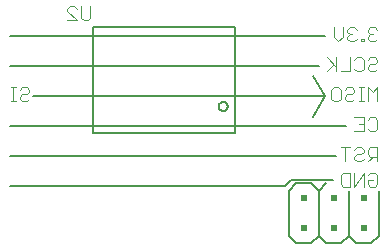
<source format=gbo>
G75*
%MOIN*%
%OFA0B0*%
%FSLAX24Y24*%
%IPPOS*%
%LPD*%
%AMOC8*
5,1,8,0,0,1.08239X$1,22.5*
%
%ADD10C,0.0040*%
%ADD11C,0.0080*%
%ADD12C,0.0050*%
%ADD13C,0.0060*%
%ADD14R,0.0200X0.0200*%
D10*
X000400Y007170D02*
X000554Y007170D01*
X000477Y007170D02*
X000477Y007630D01*
X000554Y007630D02*
X000400Y007630D01*
X000707Y007554D02*
X000784Y007630D01*
X000937Y007630D01*
X001014Y007554D01*
X001014Y007477D01*
X000937Y007400D01*
X000784Y007400D01*
X000707Y007323D01*
X000707Y007247D01*
X000784Y007170D01*
X000937Y007170D01*
X001014Y007247D01*
X002283Y009869D02*
X002590Y009869D01*
X002283Y010176D01*
X002283Y010253D01*
X002360Y010330D01*
X002513Y010330D01*
X002590Y010253D01*
X002744Y010330D02*
X002744Y009946D01*
X002820Y009869D01*
X002974Y009869D01*
X003051Y009946D01*
X003051Y010330D01*
X010926Y008630D02*
X011233Y008323D01*
X011156Y008400D02*
X010926Y008170D01*
X011233Y008170D02*
X011233Y008630D01*
X011386Y008170D02*
X011693Y008170D01*
X011693Y008630D01*
X011847Y008554D02*
X011923Y008630D01*
X012077Y008630D01*
X012154Y008554D01*
X012154Y008247D01*
X012077Y008170D01*
X011923Y008170D01*
X011847Y008247D01*
X012307Y008247D02*
X012384Y008170D01*
X012537Y008170D01*
X012614Y008247D01*
X012537Y008400D02*
X012384Y008400D01*
X012307Y008323D01*
X012307Y008247D01*
X012537Y008400D02*
X012614Y008477D01*
X012614Y008554D01*
X012537Y008630D01*
X012384Y008630D01*
X012307Y008554D01*
X012384Y009170D02*
X012537Y009170D01*
X012614Y009247D01*
X012461Y009400D02*
X012384Y009400D01*
X012307Y009323D01*
X012307Y009247D01*
X012384Y009170D01*
X012384Y009400D02*
X012307Y009477D01*
X012307Y009554D01*
X012384Y009630D01*
X012537Y009630D01*
X012614Y009554D01*
X012154Y009247D02*
X012077Y009247D01*
X012077Y009170D01*
X012154Y009170D01*
X012154Y009247D01*
X011923Y009247D02*
X011847Y009170D01*
X011693Y009170D01*
X011616Y009247D01*
X011616Y009323D01*
X011693Y009400D01*
X011770Y009400D01*
X011693Y009400D02*
X011616Y009477D01*
X011616Y009554D01*
X011693Y009630D01*
X011847Y009630D01*
X011923Y009554D01*
X011463Y009630D02*
X011463Y009323D01*
X011310Y009170D01*
X011156Y009323D01*
X011156Y009630D01*
X011156Y007630D02*
X011079Y007554D01*
X011079Y007247D01*
X011156Y007170D01*
X011310Y007170D01*
X011386Y007247D01*
X011386Y007554D01*
X011310Y007630D01*
X011156Y007630D01*
X011540Y007554D02*
X011616Y007630D01*
X011770Y007630D01*
X011847Y007554D01*
X011847Y007477D01*
X011770Y007400D01*
X011616Y007400D01*
X011540Y007323D01*
X011540Y007247D01*
X011616Y007170D01*
X011770Y007170D01*
X011847Y007247D01*
X012000Y007170D02*
X012154Y007170D01*
X012077Y007170D02*
X012077Y007630D01*
X012154Y007630D02*
X012000Y007630D01*
X012307Y007630D02*
X012307Y007170D01*
X012614Y007170D02*
X012614Y007630D01*
X012461Y007477D01*
X012307Y007630D01*
X012384Y006630D02*
X012537Y006630D01*
X012614Y006554D01*
X012614Y006247D01*
X012537Y006170D01*
X012384Y006170D01*
X012307Y006247D01*
X012154Y006170D02*
X011847Y006170D01*
X012000Y006400D02*
X012154Y006400D01*
X012307Y006554D02*
X012384Y006630D01*
X012154Y006630D02*
X012154Y006170D01*
X012154Y006630D02*
X011847Y006630D01*
X011923Y005630D02*
X011847Y005554D01*
X011923Y005630D02*
X012077Y005630D01*
X012154Y005554D01*
X012154Y005477D01*
X012077Y005400D01*
X011923Y005400D01*
X011847Y005323D01*
X011847Y005247D01*
X011923Y005170D01*
X012077Y005170D01*
X012154Y005247D01*
X012307Y005170D02*
X012461Y005323D01*
X012384Y005323D02*
X012614Y005323D01*
X012614Y005170D02*
X012614Y005630D01*
X012384Y005630D01*
X012307Y005554D01*
X012307Y005400D01*
X012384Y005323D01*
X012384Y004780D02*
X012537Y004780D01*
X012614Y004704D01*
X012614Y004397D01*
X012537Y004320D01*
X012384Y004320D01*
X012307Y004397D01*
X012307Y004550D01*
X012461Y004550D01*
X012307Y004704D02*
X012384Y004780D01*
X012154Y004780D02*
X011847Y004320D01*
X011847Y004780D01*
X011693Y004780D02*
X011463Y004780D01*
X011386Y004704D01*
X011386Y004397D01*
X011463Y004320D01*
X011693Y004320D01*
X011693Y004780D01*
X011540Y005170D02*
X011540Y005630D01*
X011693Y005630D02*
X011386Y005630D01*
X012154Y004780D02*
X012154Y004320D01*
D11*
X009534Y004350D02*
X000384Y004350D01*
X000384Y005350D02*
X011234Y005350D01*
X011134Y004550D02*
X009734Y004550D01*
X009534Y004350D01*
X011584Y006350D02*
X000384Y006350D01*
X001134Y007350D02*
X010884Y007350D01*
X010484Y008000D01*
X010684Y008350D02*
X000384Y008350D01*
X000384Y009350D02*
X010884Y009350D01*
X010884Y007350D02*
X010484Y006650D01*
D12*
X007864Y006099D02*
X007864Y009643D01*
X003140Y009643D01*
X003140Y006099D01*
X007864Y006099D01*
X007321Y006999D02*
X007323Y007023D01*
X007329Y007047D01*
X007338Y007069D01*
X007351Y007089D01*
X007367Y007107D01*
X007386Y007122D01*
X007407Y007135D01*
X007429Y007143D01*
X007453Y007148D01*
X007477Y007149D01*
X007501Y007146D01*
X007524Y007139D01*
X007546Y007129D01*
X007566Y007115D01*
X007583Y007098D01*
X007598Y007079D01*
X007609Y007058D01*
X007617Y007035D01*
X007621Y007011D01*
X007621Y006987D01*
X007617Y006963D01*
X007609Y006940D01*
X007598Y006919D01*
X007583Y006900D01*
X007566Y006883D01*
X007546Y006869D01*
X007524Y006859D01*
X007501Y006852D01*
X007477Y006849D01*
X007453Y006850D01*
X007429Y006855D01*
X007407Y006863D01*
X007386Y006876D01*
X007367Y006891D01*
X007351Y006909D01*
X007338Y006929D01*
X007329Y006951D01*
X007323Y006975D01*
X007321Y006999D01*
D13*
X009904Y004440D02*
X010404Y004440D01*
X010654Y004190D01*
X010654Y002690D01*
X010404Y002440D01*
X009904Y002440D01*
X009654Y002690D01*
X009654Y004190D01*
X009904Y004440D01*
X010654Y004190D02*
X010904Y004440D01*
X011654Y004190D02*
X011654Y002690D01*
X011404Y002440D01*
X010904Y002440D01*
X010654Y002690D01*
X011654Y002690D02*
X011904Y002440D01*
X012404Y002440D01*
X012654Y002690D01*
X012654Y004190D01*
D14*
X012154Y003940D03*
X011154Y003940D03*
X011154Y002940D03*
X012154Y002940D03*
X010154Y002940D03*
X010154Y003940D03*
M02*

</source>
